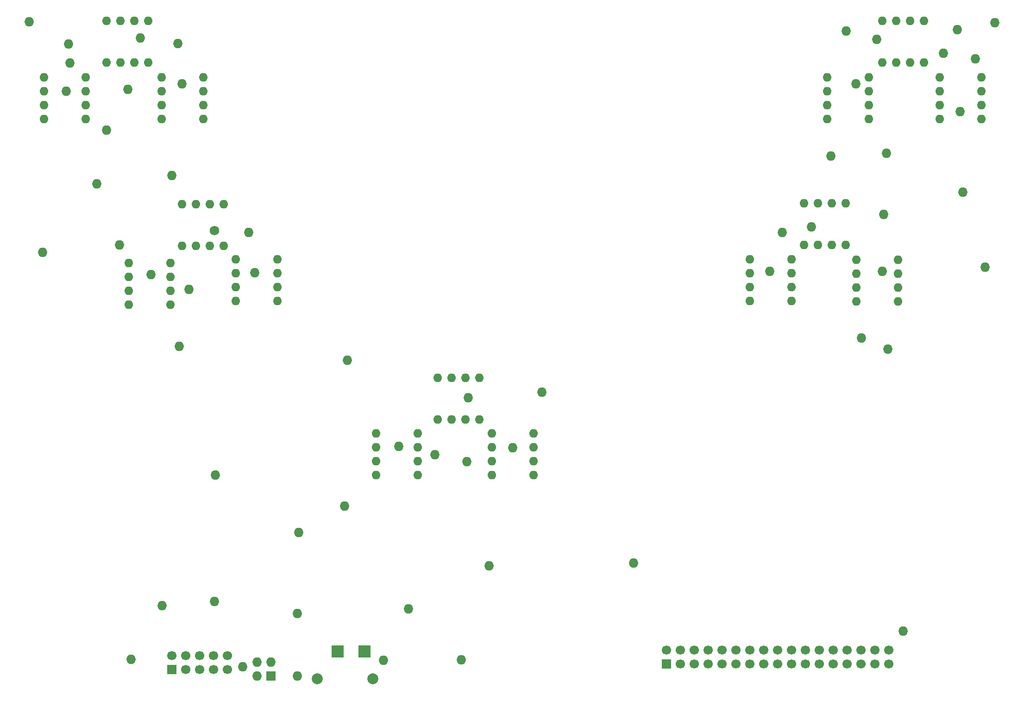
<source format=gbs>
G04 #@! TF.FileFunction,Soldermask,Bot*
%FSLAX46Y46*%
G04 Gerber Fmt 4.6, Leading zero omitted, Abs format (unit mm)*
G04 Created by KiCad (PCBNEW 4.0.5) date 2017 January 05, Thursday 14:50:11*
%MOMM*%
%LPD*%
G01*
G04 APERTURE LIST*
%ADD10C,0.150000*%
%ADD11O,1.727200X1.727200*%
%ADD12R,1.700000X1.700000*%
%ADD13C,1.700000*%
%ADD14C,1.727200*%
%ADD15O,1.600000X1.600000*%
%ADD16R,2.235200X2.235200*%
%ADD17C,1.998980*%
%ADD18R,1.727200X1.727200*%
G04 APERTURE END LIST*
D10*
D11*
X160540000Y-205190000D03*
X121530000Y-87290000D03*
X124000000Y-129450000D03*
X277506000Y-132868000D03*
X272680000Y-98578000D03*
X294524000Y-94006000D03*
X298080000Y-87402000D03*
X288682000Y-92990000D03*
X264552000Y-124740000D03*
X201814000Y-155982000D03*
X189114000Y-164872000D03*
X141870000Y-90196000D03*
X155450000Y-193290000D03*
X292238000Y-118390000D03*
X278268000Y-111278000D03*
X128970000Y-94770000D03*
X170560000Y-195450000D03*
D12*
X238020000Y-204670000D03*
D13*
X238020000Y-202130000D03*
X240560000Y-204670000D03*
X240560000Y-202130000D03*
X243100000Y-204670000D03*
X243100000Y-202130000D03*
X245640000Y-204670000D03*
X245640000Y-202130000D03*
X248180000Y-204670000D03*
X248180000Y-202130000D03*
X250720000Y-204670000D03*
X250720000Y-202130000D03*
X253260000Y-204670000D03*
X253260000Y-202130000D03*
X255800000Y-204670000D03*
X255800000Y-202130000D03*
X258340000Y-204670000D03*
X258340000Y-202130000D03*
X260880000Y-204670000D03*
X260880000Y-202130000D03*
X263420000Y-204670000D03*
X263420000Y-202130000D03*
X265960000Y-204670000D03*
X265960000Y-202130000D03*
X268500000Y-204670000D03*
X268500000Y-202130000D03*
X271040000Y-204670000D03*
X271040000Y-202130000D03*
X273580000Y-204670000D03*
X273580000Y-202130000D03*
X276120000Y-204670000D03*
X276120000Y-202130000D03*
X278660000Y-204670000D03*
X278660000Y-202130000D03*
D11*
X139584000Y-99594000D03*
X128750000Y-91310000D03*
X128300000Y-99970000D03*
X148728000Y-91212000D03*
X133890000Y-116930000D03*
X135650000Y-107120000D03*
X148980000Y-146630000D03*
X209942000Y-165126000D03*
D14*
X155400000Y-125450000D03*
D11*
X147630000Y-115390000D03*
X140210000Y-203840000D03*
X190892000Y-194590000D03*
X186320000Y-203988000D03*
X291222000Y-88672000D03*
X281316000Y-198654000D03*
X270902000Y-88926000D03*
X259218000Y-125756000D03*
X276490000Y-90450000D03*
X291730000Y-103658000D03*
X296302000Y-132106000D03*
X278522000Y-147092000D03*
X256932000Y-132868000D03*
X268108000Y-111786000D03*
X273696000Y-145060000D03*
X277760000Y-122454000D03*
X215276000Y-154966000D03*
X200530000Y-203960000D03*
X205624000Y-186716000D03*
X170826000Y-180620000D03*
X179208000Y-175794000D03*
X232040000Y-186208000D03*
X195718000Y-166396000D03*
X145800000Y-194060000D03*
X170530000Y-206940000D03*
X179716000Y-149124000D03*
X161682000Y-125756000D03*
X155570000Y-170150000D03*
X150760000Y-136170000D03*
X201560000Y-167666000D03*
X149490000Y-98578000D03*
X138060000Y-128042000D03*
X162744000Y-133142000D03*
X143780000Y-133500000D03*
D15*
X143330000Y-87100000D03*
X140790000Y-87100000D03*
X138250000Y-87100000D03*
X135710000Y-87100000D03*
X135710000Y-94720000D03*
X138250000Y-94720000D03*
X140790000Y-94720000D03*
X143330000Y-94720000D03*
D16*
X177950000Y-202410000D03*
X182830000Y-202410000D03*
D12*
X147650000Y-205750000D03*
D13*
X147650000Y-203210000D03*
X150190000Y-205750000D03*
X150190000Y-203210000D03*
X152730000Y-205750000D03*
X152730000Y-203210000D03*
X155270000Y-205750000D03*
X155270000Y-203210000D03*
X157810000Y-205750000D03*
X157810000Y-203210000D03*
D17*
X184330000Y-207420000D03*
X174170000Y-207420000D03*
D15*
X145730000Y-97460000D03*
X145730000Y-100000000D03*
X145730000Y-102540000D03*
X145730000Y-105080000D03*
X153350000Y-105080000D03*
X153350000Y-102540000D03*
X153350000Y-100000000D03*
X153350000Y-97460000D03*
X157090000Y-120640000D03*
X154550000Y-120640000D03*
X152010000Y-120640000D03*
X149470000Y-120640000D03*
X149470000Y-128260000D03*
X152010000Y-128260000D03*
X154550000Y-128260000D03*
X157090000Y-128260000D03*
X159310000Y-130680000D03*
X159310000Y-133220000D03*
X159310000Y-135760000D03*
X159310000Y-138300000D03*
X166930000Y-138300000D03*
X166930000Y-135760000D03*
X166930000Y-133220000D03*
X166930000Y-130680000D03*
X203850000Y-152380000D03*
X201310000Y-152380000D03*
X198770000Y-152380000D03*
X196230000Y-152380000D03*
X196230000Y-160000000D03*
X198770000Y-160000000D03*
X201310000Y-160000000D03*
X203850000Y-160000000D03*
X206150000Y-162540000D03*
X206150000Y-165080000D03*
X206150000Y-167620000D03*
X206150000Y-170160000D03*
X213770000Y-170160000D03*
X213770000Y-167620000D03*
X213770000Y-165080000D03*
X213770000Y-162540000D03*
X253280000Y-130680000D03*
X253280000Y-133220000D03*
X253280000Y-135760000D03*
X253280000Y-138300000D03*
X260900000Y-138300000D03*
X260900000Y-135760000D03*
X260900000Y-133220000D03*
X260900000Y-130680000D03*
X263230000Y-128100000D03*
X265770000Y-128100000D03*
X268310000Y-128100000D03*
X270850000Y-128100000D03*
X270850000Y-120480000D03*
X268310000Y-120480000D03*
X265770000Y-120480000D03*
X263230000Y-120480000D03*
X267440000Y-97450000D03*
X267440000Y-99990000D03*
X267440000Y-102530000D03*
X267440000Y-105070000D03*
X275060000Y-105070000D03*
X275060000Y-102530000D03*
X275060000Y-99990000D03*
X275060000Y-97450000D03*
X277500000Y-94740000D03*
X280040000Y-94740000D03*
X282580000Y-94740000D03*
X285120000Y-94740000D03*
X285120000Y-87120000D03*
X282580000Y-87120000D03*
X280040000Y-87120000D03*
X277500000Y-87120000D03*
X124280000Y-97460000D03*
X124280000Y-100000000D03*
X124280000Y-102540000D03*
X124280000Y-105080000D03*
X131900000Y-105080000D03*
X131900000Y-102540000D03*
X131900000Y-100000000D03*
X131900000Y-97460000D03*
X139710000Y-131350000D03*
X139710000Y-133890000D03*
X139710000Y-136430000D03*
X139710000Y-138970000D03*
X147330000Y-138970000D03*
X147330000Y-136430000D03*
X147330000Y-133890000D03*
X147330000Y-131350000D03*
X185000000Y-162510000D03*
X185000000Y-165050000D03*
X185000000Y-167590000D03*
X185000000Y-170130000D03*
X192620000Y-170130000D03*
X192620000Y-167590000D03*
X192620000Y-165050000D03*
X192620000Y-162510000D03*
X280340000Y-138380000D03*
X280340000Y-135840000D03*
X280340000Y-133300000D03*
X280340000Y-130760000D03*
X272720000Y-130760000D03*
X272720000Y-133300000D03*
X272720000Y-135840000D03*
X272720000Y-138380000D03*
X295610000Y-105050000D03*
X295610000Y-102510000D03*
X295610000Y-99970000D03*
X295610000Y-97430000D03*
X287990000Y-97430000D03*
X287990000Y-99970000D03*
X287990000Y-102510000D03*
X287990000Y-105050000D03*
D18*
X165770000Y-206920000D03*
D11*
X165770000Y-204380000D03*
X163230000Y-206920000D03*
X163230000Y-204380000D03*
M02*

</source>
